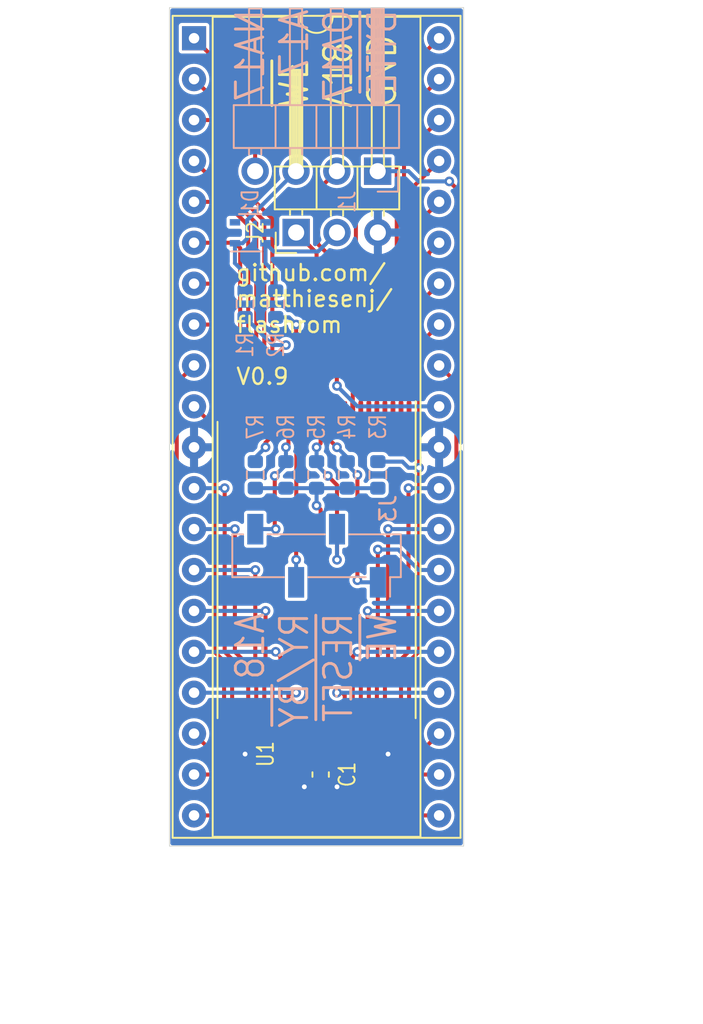
<source format=kicad_pcb>
(kicad_pcb (version 20221018) (generator pcbnew)
  (layers (0 "F.Cu" signal) (31 "B.Cu" mixed) (34 "B.Paste" user) (35 "F.Paste" user) (36 "B.SilkS" user "B.Silkscreen") (37 "F.SilkS" user "F.Silkscreen") (38 "B.Mask" user) (39 "F.Mask" user) (44 "Edge.Cuts" user))
  (net 0 "")
  (net 1 "GND")
  (net 2 "+5V")
  (net 3 "/A8")
  (net 4 "/D11")
  (net 5 "/A9")
  (net 6 "/D3")
  (net 7 "/A10")
  (net 8 "/D10")
  (net 9 "/A11")
  (net 10 "/D2")
  (net 11 "/A12")
  (net 12 "/D9")
  (net 13 "/A13")
  (net 14 "/D1")
  (net 15 "/A14")
  (net 16 "/D8")
  (net 17 "/A15")
  (net 18 "/D0")
  (net 19 "/A16")
  (net 20 "/~{OE}")
  (net 21 "/~{CE}")
  (net 22 "/D15")
  (net 23 "/A0")
  (net 24 "/D7")
  (net 25 "/A1")
  (net 26 "/D14")
  (net 27 "/A2")
  (net 28 "/D6")
  (net 29 "/A3")
  (net 30 "/D13")
  (net 31 "/A4")
  (net 32 "/D5")
  (net 33 "/A5")
  (net 34 "/D12")
  (net 35 "/A6")
  (net 36 "/D4")
  (net 37 "/A7")
  (net 38 "/A17")
  (net 39 "/A18")
  (net 40 "/~{RESET}")
  (net 41 "/~{WE}")
  (net 42 "/OA17")
  (net 43 "/NA17")
  (net 44 "/RY{slash}~{BY}")
  (net 45 "/~{BYTE}")
  (net 46 "/TVS1")
  (net 48 "/TVS3")
  (footprint "Package_SO:TSOP-I-48_18.4x12mm_P0.5mm" (layer "F.Cu") (at 58.42 83.82 -90)
    (fp_text reference "U1" (at 11.43 3.175 90 unlocked) (layer "F.SilkS") (effects (font (size 1 0.8) (thickness 0.12))))
    (fp_text value "29F800-TSOP")
    (fp_line (start 0 -6.16) (end -10.475 -6.16) (stroke (width 0.12)) (layer "F.SilkS"))
    (fp_line (start 0 -6.16) (end 9.2 -6.16) (stroke (width 0.12)) (layer "F.SilkS"))
    (fp_line (start 0 6.16) (end -9.2 6.16) (stroke (width 0.12)) (layer "F.SilkS"))
    (fp_line (start 0 6.16) (end 9.2 6.16) (stroke (width 0.12)) (layer "F.SilkS"))
    (pad "1" smd roundrect (at -9.6875 -5.75 270) (size 1.575 0.3) (layers "F.Cu" "F.Paste" "F.Mask") (net 17 "/A15"))
    (pad "2" smd roundrect (at -9.6875 -5.25 270) (size 1.575 0.3) (layers "F.Cu" "F.Paste" "F.Mask") (net 15 "/A14"))
    (pad "3" smd roundrect (at -9.6875 -4.75 270) (size 1.575 0.3) (layers "F.Cu" "F.Paste" "F.Mask") (net 13 "/A13"))
    (pad "4" smd roundrect (at -9.6875 -4.25 270) (size 1.575 0.3) (layers "F.Cu" "F.Paste" "F.Mask") (net 11 "/A12"))
    (pad "5" smd roundrect (at -9.6875 -3.75 270) (size 1.575 0.3) (layers "F.Cu" "F.Paste" "F.Mask") (net 9 "/A11"))
    (pad "6" smd roundrect (at -9.6875 -3.25 270) (size 1.575 0.3) (layers "F.Cu" "F.Paste" "F.Mask") (net 7 "/A10"))
    (pad "7" smd roundrect (at -9.6875 -2.75 270) (size 1.575 0.3) (layers "F.Cu" "F.Paste" "F.Mask") (net 5 "/A9"))
    (pad "8" smd roundrect (at -9.6875 -2.25 270) (size 1.575 0.3) (layers "F.Cu" "F.Paste" "F.Mask") (net 3 "/A8"))
    (pad "9" smd roundrect (at -9.6875 -1.75 270) (size 1.575 0.3) (layers "F.Cu" "F.Paste" "F.Mask"))
    (pad "10" smd roundrect (at -9.6875 -1.25 270) (size 1.575 0.3) (layers "F.Cu" "F.Paste" "F.Mask"))
    (pad "11" smd roundrect (at -9.6875 -0.75 270) (size 1.575 0.3) (layers "F.Cu" "F.Paste" "F.Mask") (net 41 "/~{WE}"))
    (pad "12" smd roundrect (at -9.6875 -0.25 270) (size 1.575 0.3) (layers "F.Cu" "F.Paste" "F.Mask") (net 40 "/~{RESET}"))
    (pad "13" smd roundrect (at -9.6875 0.25 270) (size 1.575 0.3) (layers "F.Cu" "F.Paste" "F.Mask"))
    (pad "14" smd roundrect (at -9.6875 0.75 270) (size 1.575 0.3) (layers "F.Cu" "F.Paste" "F.Mask"))
    (pad "15" smd roundrect (at -9.6875 1.25 270) (size 1.575 0.3) (layers "F.Cu" "F.Paste" "F.Mask") (net 44 "/RY{slash}~{BY}"))
    (pad "16" smd roundrect (at -9.6875 1.75 270) (size 1.575 0.3) (layers "F.Cu" "F.Paste" "F.Mask") (net 39 "/A18"))
    (pad "17" smd roundrect (at -9.6875 2.25 270) (size 1.575 0.3) (layers "F.Cu" "F.Paste" "F.Mask") (net 38 "/A17"))
    (pad "18" smd roundrect (at -9.6875 2.75 270) (size 1.575 0.3) (layers "F.Cu" "F.Paste" "F.Mask") (net 37 "/A7"))
    (pad "19" smd roundrect (at -9.6875 3.25 270) (size 1.575 0.3) (layers "F.Cu" "F.Paste" "F.Mask") (net 35 "/A6"))
    (pad "20" smd roundrect (at -9.6875 3.75 270) (size 1.575 0.3) (layers "F.Cu" "F.Paste" "F.Mask") (net 33 "/A5"))
    (pad "21" smd roundrect (at -9.6875 4.25 270) (size 1.575 0.3) (layers "F.Cu" "F.Paste" "F.Mask") (net 31 "/A4"))
    (pad "22" smd roundrect (at -9.6875 4.75 270) (size 1.575 0.3) (layers "F.Cu" "F.Paste" "F.Mask") (net 29 "/A3"))
    (pad "23" smd roundrect (at -9.6875 5.25 270) (size 1.575 0.3) (layers "F.Cu" "F.Paste" "F.Mask") (net 27 "/A2"))
    (pad "24" smd roundrect (at -9.6875 5.75 270) (size 1.575 0.3) (layers "F.Cu" "F.Paste" "F.Mask") (net 25 "/A1"))
    (pad "25" smd roundrect (at 9.6875 5.75 270) (size 1.575 0.3) (layers "F.Cu" "F.Paste" "F.Mask") (net 23 "/A0"))
    (pad "26" smd roundrect (at 9.6875 5.25 270) (size 1.575 0.3) (layers "F.Cu" "F.Paste" "F.Mask") (net 21 "/~{CE}"))
    (pad "27" smd roundrect (at 9.6875 4.75 270) (size 1.575 0.3) (layers "F.Cu" "F.Paste" "F.Mask") (net 1 "GND"))
    (pad "28" smd roundrect (at 9.6875 4.25 270) (size 1.575 0.3) (layers "F.Cu" "F.Paste" "F.Mask") (net 20 "/~{OE}"))
    (pad "29" smd roundrect (at 9.6875 3.75 270) (size 1.575 0.3) (layers "F.Cu" "F.Paste" "F.Mask") (net 18 "/D0"))
    (pad "30" smd roundrect (at 9.6875 3.25 270) (size 1.575 0.3) (layers "F.Cu" "F.Paste" "F.Mask") (net 16 "/D8"))
    (pad "31" smd roundrect (at 9.6875 2.75 270) (size 1.575 0.3) (layers "F.Cu" "F.Paste" "F.Mask") (net 14 "/D1"))
    (pad "32" smd roundrect (at 9.6875 2.25 270) (size 1.575 0.3) (layers "F.Cu" "F.Paste" "F.Mask") (net 12 "/D9"))
    (pad "33" smd roundrect (at 9.6875 1.75 270) (size 1.575 0.3) (layers "F.Cu" "F.Paste" "F.Mask") (net 10 "/D2"))
    (pad "34" smd roundrect (at 9.6875 1.25 270) (size 1.575 0.3) (layers "F.Cu" "F.Paste" "F.Mask") (net 8 "/D10"))
    (pad "35" smd roundrect (at 9.6875 0.75 270) (size 1.575 0.3) (layers "F.Cu" "F.Paste" "F.Mask") (net 6 "/D3"))
    (pad "36" smd roundrect (at 9.6875 0.25 270) (size 1.575 0.3) (layers "F.Cu" "F.Paste" "F.Mask") (net 4 "/D11"))
    (pad "37" smd roundrect (at 9.6875 -0.25 270) (size 1.575 0.3) (layers "F.Cu" "F.Paste" "F.Mask") (net 2 "+5V"))
    (pad "38" smd roundrect (at 9.6875 -0.75 270) (size 1.575 0.3) (layers "F.Cu" "F.Paste" "F.Mask") (net 36 "/D4"))
    (pad "39" smd roundrect (at 9.6875 -1.25 270) (size 1.575 0.3) (layers "F.Cu" "F.Paste" "F.Mask") (net 34 "/D12"))
    (pad "40" smd roundrect (at 9.6875 -1.75 270) (size 1.575 0.3) (layers "F.Cu" "F.Paste" "F.Mask") (net 32 "/D5"))
    (pad "41" smd roundrect (at 9.6875 -2.25 270) (size 1.575 0.3) (layers "F.Cu" "F.Paste" "F.Mask") (net 30 "/D13"))
    (pad "42" smd roundrect (at 9.6875 -2.75 270) (size 1.575 0.3) (layers "F.Cu" "F.Paste" "F.Mask") (net 28 "/D6"))
    (pad "43" smd roundrect (at 9.6875 -3.25 270) (size 1.575 0.3) (layers "F.Cu" "F.Paste" "F.Mask") (net 26 "/D14"))
    (pad "44" smd roundrect (at 9.6875 -3.75 270) (size 1.575 0.3) (layers "F.Cu" "F.Paste" "F.Mask") (net 24 "/D7"))
    (pad "45" smd roundrect (at 9.6875 -4.25 270) (size 1.575 0.3) (layers "F.Cu" "F.Paste" "F.Mask") (net 22 "/D15"))
    (pad "46" smd roundrect (at 9.6875 -4.75 270) (size 1.575 0.3) (layers "F.Cu" "F.Paste" "F.Mask") (net 1 "GND"))
    (pad "47" smd roundrect (at 9.6875 -5.25 270) (size 1.575 0.3) (layers "F.Cu" "F.Paste" "F.Mask") (net 45 "/~{BYTE}"))
    (pad "48" smd roundrect (at 9.6875 -5.75 270) (size 1.575 0.3) (layers "F.Cu" "F.Paste" "F.Mask") (net 19 "/A16"))
  )
  (footprint "Package_DIP:DIP-40_W15.24mm_Socket" (layer "F.Cu") (at 50.8 50.8)
    (fp_text reference "U2" hide)
    (fp_text value "Kickstart_Socket_A4000")
    (fp_line (start -1.33 -1.39) (end -1.33 49.65) (stroke (width 0.12)) (layer "F.SilkS"))
    (fp_line (start -1.33 49.65) (end 16.57 49.65) (stroke (width 0.12)) (layer "F.SilkS"))
    (fp_line (start 1.16 -1.33) (end 1.16 49.59) (stroke (width 0.12)) (layer "F.SilkS"))
    (fp_line (start 1.16 49.59) (end 14.08 49.59) (stroke (width 0.12)) (layer "F.SilkS"))
    (fp_line (start 6.62 -1.33) (end 1.16 -1.33) (stroke (width 0.12)) (layer "F.SilkS"))
    (fp_line (start 14.08 -1.33) (end 8.62 -1.33) (stroke (width 0.12)) (layer "F.SilkS"))
    (fp_line (start 14.08 49.59) (end 14.08 -1.33) (stroke (width 0.12)) (layer "F.SilkS"))
    (fp_line (start 16.57 -1.39) (end -1.33 -1.39) (stroke (width 0.12)) (layer "F.SilkS"))
    (fp_line (start 16.57 49.65) (end 16.57 -1.39) (stroke (width 0.12)) (layer "F.SilkS"))
    (fp_arc (start 8.62 -1.33) (mid 7.62 -0.33) (end 6.62 -1.33) (stroke (width 0.12)) (layer "F.SilkS"))
    (pad "1" thru_hole rect (at 0 0) (size 1.5 1.5) (drill 0.65) (layers "*.Cu" "*.Mask") (net 43 "/NA17"))
    (pad "2" thru_hole oval (at 0 2.54) (size 1.5 1.5) (drill 0.65) (layers "*.Cu" "*.Mask") (net 37 "/A7"))
    (pad "3" thru_hole oval (at 0 5.08) (size 1.5 1.5) (drill 0.65) (layers "*.Cu" "*.Mask") (net 35 "/A6"))
    (pad "4" thru_hole oval (at 0 7.62) (size 1.5 1.5) (drill 0.65) (layers "*.Cu" "*.Mask") (net 33 "/A5"))
    (pad "5" thru_hole oval (at 0 10.16) (size 1.5 1.5) (drill 0.65) (layers "*.Cu" "*.Mask") (net 31 "/A4"))
    (pad "6" thru_hole oval (at 0 12.7) (size 1.5 1.5) (drill 0.65) (layers "*.Cu" "*.Mask") (net 29 "/A3"))
    (pad "7" thru_hole oval (at 0 15.24) (size 1.5 1.5) (drill 0.65) (layers "*.Cu" "*.Mask") (net 27 "/A2"))
    (pad "8" thru_hole oval (at 0 17.78) (size 1.5 1.5) (drill 0.65) (layers "*.Cu" "*.Mask") (net 25 "/A1"))
    (pad "9" thru_hole oval (at 0 20.32) (size 1.5 1.5) (drill 0.65) (layers "*.Cu" "*.Mask") (net 23 "/A0"))
    (pad "10" thru_hole oval (at 0 22.86) (size 1.5 1.5) (drill 0.65) (layers "*.Cu" "*.Mask") (net 21 "/~{CE}"))
    (pad "11" thru_hole oval (at 0 25.4) (size 1.5 1.5) (drill 0.65) (layers "*.Cu" "*.Mask") (net 1 "GND"))
    (pad "12" thru_hole oval (at 0 27.94) (size 1.5 1.5) (drill 0.65) (layers "*.Cu" "*.Mask") (net 20 "/~{OE}"))
    (pad "13" thru_hole oval (at 0 30.48) (size 1.5 1.5) (drill 0.65) (layers "*.Cu" "*.Mask") (net 18 "/D0"))
    (pad "14" thru_hole oval (at 0 33.02) (size 1.5 1.5) (drill 0.65) (layers "*.Cu" "*.Mask") (net 16 "/D8"))
    (pad "15" thru_hole oval (at 0 35.56) (size 1.5 1.5) (drill 0.65) (layers "*.Cu" "*.Mask") (net 14 "/D1"))
    (pad "16" thru_hole oval (at 0 38.1) (size 1.5 1.5) (drill 0.65) (layers "*.Cu" "*.Mask") (net 12 "/D9"))
    (pad "17" thru_hole oval (at 0 40.64) (size 1.5 1.5) (drill 0.65) (layers "*.Cu" "*.Mask") (net 10 "/D2"))
    (pad "18" thru_hole oval (at 0 43.18) (size 1.5 1.5) (drill 0.65) (layers "*.Cu" "*.Mask") (net 8 "/D10"))
    (pad "19" thru_hole oval (at 0 45.72) (size 1.5 1.5) (drill 0.65) (layers "*.Cu" "*.Mask") (net 6 "/D3"))
    (pad "20" thru_hole oval (at 0 48.26) (size 1.5 1.5) (drill 0.65) (layers "*.Cu" "*.Mask") (net 4 "/D11"))
    (pad "21" thru_hole oval (at 15.24 48.26) (size 1.5 1.5) (drill 0.65) (layers "*.Cu" "*.Mask") (net 2 "+5V"))
    (pad "22" thru_hole oval (at 15.24 45.72) (size 1.5 1.5) (drill 0.65) (layers "*.Cu" "*.Mask") (net 36 "/D4"))
    (pad "23" thru_hole oval (at 15.24 43.18) (size 1.5 1.5) (drill 0.65) (layers "*.Cu" "*.Mask") (net 34 "/D12"))
    (pad "24" thru_hole oval (at 15.24 40.64) (size 1.5 1.5) (drill 0.65) (layers "*.Cu" "*.Mask") (net 32 "/D5"))
    (pad "25" thru_hole oval (at 15.24 38.1) (size 1.5 1.5) (drill 0.65) (layers "*.Cu" "*.Mask") (net 30 "/D13"))
    (pad "26" thru_hole oval (at 15.24 35.56) (size 1.5 1.5) (drill 0.65) (layers "*.Cu" "*.Mask") (net 28 "/D6"))
    (pad "27" thru_hole oval (at 15.24 33.02) (size 1.5 1.5) (drill 0.65) (layers "*.Cu" "*.Mask") (net 26 "/D14"))
    (pad "28" thru_hole oval (at 15.24 30.48) (size 1.5 1.5) (drill 0.65) (layers "*.Cu" "*.Mask") (net 24 "/D7"))
    (pad "29" thru_hole oval (at 15.24 27.94) (size 1.5 1.5) (drill 0.65) (layers "*.Cu" "*.Mask") (net 22 "/D15"))
    (pad "30" thru_hole oval (at 15.24 25.4) (size 1.5 1.5) (drill 0.65) (layers "*.Cu" "*.Mask") (net 1 "GND"))
    (pad "31" thru_hole oval (at 15.24 22.86) (size 1.5 1.5) (drill 0.65) (layers "*.Cu" "*.Mask") (net 42 "/OA17"))
    (pad "32" thru_hole oval (at 15.24 20.32) (size 1.5 1.5) (drill 0.65) (layers "*.Cu" "*.Mask") (net 19 "/A16"))
    (pad "33" thru_hole oval (at 15.24 17.78) (size 1.5 1.5) (drill 0.65) (layers "*.Cu" "*.Mask") (net 17 "/A15"))
    (pad "34" thru_hole oval (at 15.24 15.24) (size 1.5 1.5) (drill 0.65) (layers "*.Cu" "*.Mask") (net 15 "/A14"))
    (pad "35" thru_hole oval (at 15.24 12.7) (size 1.5 1.5) (drill 0.65) (layers "*.Cu" "*.Mask") (net 13 "/A13"))
    (pad "36" thru_hole oval (at 15.24 10.16) (size 1.5 1.5) (drill 0.65) (layers "*.Cu" "*.Mask") (net 11 "/A12"))
    (pad "37" thru_hole oval (at 15.24 7.62) (size 1.5 1.5) (drill 0.65) (layers "*.Cu" "*.Mask") (net 9 "/A11"))
    (pad "38" thru_hole oval (at 15.24 5.08) (size 1.5 1.5) (drill 0.65) (layers "*.Cu" "*.Mask") (net 7 "/A10"))
    (pad "39" thru_hole oval (at 15.24 2.54) (size 1.5 1.5) (drill 0.65) (layers "*.Cu" "*.Mask") (net 5 "/A9"))
    (pad "40" thru_hole oval (at 15.24 0) (size 1.5 1.5) (drill 0.65) (layers "*.Cu" "*.Mask") (net 3 "/A8"))
  )
  (footprint "Connector_PinHeader_2.54mm:PinHeader_1x03_P2.54mm_Horizontal" (layer "F.Cu") (at 57.15 62.865 90)
    (fp_text reference "J2" (at 0 -2.54 90 unlocked) (layer "F.SilkS") (effects (font (size 1 0.8) (thickness 0.12))))
    (fp_text value "Conn_01x03_Pin")
    (fp_line (start -1.27 -1.27) (end 0 -1.27) (stroke (width 0.12)) (layer "F.SilkS"))
    (fp_line (start -1.27 0) (end -1.27 -1.27) (stroke (width 0.12)) (layer "F.SilkS"))
    (fp_line (start 1.042929 2.16) (end 1.44 2.16) (stroke (width 0.12)) (layer "F.SilkS"))
    (fp_line (start 1.042929 2.92) (end 1.44 2.92) (stroke (width 0.12)) (layer "F.SilkS"))
    (fp_line (start 1.042929 4.7) (end 1.44 4.7) (stroke (width 0.12)) (layer "F.SilkS"))
    (fp_line (start 1.042929 5.46) (end 1.44 5.46) (stroke (width 0.12)) (layer "F.SilkS"))
    (fp_line (start 1.11 -0.38) (end 1.44 -0.38) (stroke (width 0.12)) (layer "F.SilkS"))
    (fp_line (start 1.11 0.38) (end 1.44 0.38) (stroke (width 0.12)) (layer "F.SilkS"))
    (fp_line (start 1.44 -1.33) (end 1.44 6.41) (stroke (width 0.12)) (layer "F.SilkS"))
    (fp_line (start 1.44 1.27) (end 4.1 1.27) (stroke (width 0.12)) (layer "F.SilkS"))
    (fp_line (start 1.44 3.81) (end 4.1 3.81) (stroke (width 0.12)) (layer "F.SilkS"))
    (fp_line (start 1.44 6.41) (end 4.1 6.41) (stroke (width 0.12)) (layer "F.SilkS"))
    (fp_line (start 4.1 -1.33) (end 1.44 -1.33) (stroke (width 0.12)) (layer "F.SilkS"))
    (fp_line (start 4.1 -0.38) (end 10.1 -0.38) (stroke (width 0.12)) (layer "F.SilkS"))
    (fp_line (start 4.1 -0.32) (end 10.1 -0.32) (stroke (width 0.12)) (layer "F.SilkS"))
    (fp_line (start 4.1 -0.2) (end 10.1 -0.2) (stroke (width 0.12)) (layer "F.SilkS"))
    (fp_line (start 4.1 -0.08) (end 10.1 -0.08) (stroke (width 0.12)) (layer "F.SilkS"))
    (fp_line (start 4.1 0.04) (end 10.1 0.04) (stroke (width 0.12)) (layer "F.SilkS"))
    (fp_line (start 4.1 0.16) (end 10.1 0.16) (stroke (width 0.12)) (layer "F.SilkS"))
    (fp_line (start 4.1 0.28) (end 10.1 0.28) (stroke (width 0.12)) (layer "F.SilkS"))
    (fp_line (start 4.1 2.16) (end 10.1 2.16) (stroke (width 0.12)) (layer "F.SilkS"))
    (fp_line (start 4.1 4.7) (end 10.1 4.7) (stroke (width 0.12)) (layer "F.SilkS"))
    (fp_line (start 4.1 6.41) (end 4.1 -1.33) (stroke (width 0.12)) (layer "F.SilkS"))
    (fp_line (start 10.1 -0.38) (end 10.1 0.38) (stroke (width 0.12)) (layer "F.SilkS"))
    (fp_line (start 10.1 0.38) (end 4.1 0.38) (stroke (width 0.12)) (layer "F.SilkS"))
    (fp_line (start 10.1 2.16) (end 10.1 2.92) (stroke (width 0.12)) (layer "F.SilkS"))
    (fp_line (start 10.1 2.92) (end 4.1 2.92) (stroke (width 0.12)) (layer "F.SilkS"))
    (fp_line (start 10.1 4.7) (end 10.1 5.46) (stroke (width 0.12)) (layer "F.SilkS"))
    (fp_line (start 10.1 5.46) (end 4.1 5.46) (stroke (width 0.12)) (layer "F.SilkS"))
    (pad "1" thru_hole rect (at 0 0 90) (size 1.7 1.7) (drill 1) (layers "*.Cu" "*.Mask") (net 41 "/~{WE}"))
    (pad "2" thru_hole oval (at 0 2.54 90) (size 1.7 1.7) (drill 1) (layers "*.Cu" "*.Mask") (net 48 "/TVS3"))
    (pad "3" thru_hole oval (at 0 5.08 90) (size 1.7 1.7) (drill 1) (layers "*.Cu" "*.Mask") (net 1 "GND"))
  )
  (footprint "Capacitor_SMD:C_0603_1608Metric" (layer "F.Cu") (at 58.674 96.52 -90)
    (fp_text reference "C1" (at 0 -1.651 90 unlocked) (layer "F.SilkS") (effects (font (size 1 0.8) (thickness 0.12))))
    (fp_text value "100n")
    (fp_line (start -0.14058 -0.51) (end 0.14058 -0.51) (stroke (width 0.12)) (layer "F.SilkS"))
    (fp_line (start -0.14058 0.51) (end 0.14058 0.51) (stroke (width 0.12)) (layer "F.SilkS"))
    (pad "1" smd roundrect (at -0.775 0 270) (size 0.9 0.95) (layers "F.Cu" "F.Paste" "F.Mask") (net 2 "+5V"))
    (pad "2" smd roundrect (at 0.775 0 270) (size 0.9 0.95) (layers "F.Cu" "F.Paste" "F.Mask") (net 1 "GND"))
  )
  (footprint "Resistor_SMD:R_0603_1608Metric" (layer "B.Cu") (at 54.61 77.915 -90)
    (fp_text reference "R7" (at -2.985 0 90 unlocked) (layer "B.SilkS") (effects (font (size 1 0.8) (thickness 0.12)) (justify mirror)))
    (fp_text value "15k")
    (fp_line (start -0.237258 -0.5225) (end 0.237258 -0.5225) (stroke (width 0.12)) (layer "B.SilkS"))
    (fp_line (start -0.237258 0.5225) (end 0.237258 0.5225) (stroke (width 0.12)) (layer "B.SilkS"))
    (pad "1" smd roundrect (at -0.825 0 270) (size 0.8 0.95) (layers "B.Cu" "B.Paste" "B.Mask") (net 38 "/A17"))
    (pad "2" smd roundrect (at 0.825 0 270) (size 0.8 0.95) (layers "B.Cu" "B.Paste" "B.Mask") (net 2 "+5V"))
  )
  (footprint "Resistor_SMD:R_0603_1608Metric" (layer "B.Cu") (at 56.515 77.915 -90)
    (fp_text reference "R6" (at -2.985 0 90 unlocked) (layer "B.SilkS") (effects (font (size 1 0.8) (thickness 0.12)) (justify mirror)))
    (fp_text value "15k")
    (fp_line (start -0.237258 -0.5225) (end 0.237258 -0.5225) (stroke (width 0.12)) (layer "B.SilkS"))
    (fp_line (start -0.237258 0.5225) (end 0.237258 0.5225) (stroke (width 0.12)) (layer "B.SilkS"))
    (pad "1" smd roundrect (at -0.825 0 270) (size 0.8 0.95) (layers "B.Cu" "B.Paste" "B.Mask") (net 39 "/A18"))
    (pad "2" smd roundrect (at 0.825 0 270) (size 0.8 0.95) (layers "B.Cu" "B.Paste" "B.Mask") (net 2 "+5V"))
  )
  (footprint "Resistor_SMD:R_0603_1608Metric" (layer "B.Cu") (at 62.23 77.915 -90)
    (fp_text reference "R3" (at -2.985 0 90 unlocked) (layer "B.SilkS") (effects (font (size 1 0.8) (thickness 0.12)) (justify mirror)))
    (fp_text value "15k")
    (fp_line (start -0.237258 -0.5225) (end 0.237258 -0.5225) (stroke (width 0.12)) (layer "B.SilkS"))
    (fp_line (start -0.237258 0.5225) (end 0.237258 0.5225) (stroke (width 0.12)) (layer "B.SilkS"))
    (pad "1" smd roundrect (at -0.825 0 270) (size 0.8 0.95) (layers "B.Cu" "B.Paste" "B.Mask") (net 45 "/~{BYTE}"))
    (pad "2" smd roundrect (at 0.825 0 270) (size 0.8 0.95) (layers "B.Cu" "B.Paste" "B.Mask") (net 2 "+5V"))
  )
  (footprint "Connector_PinHeader_2.54mm:PinHeader_1x04_P2.54mm_Horizontal" (layer "B.Cu") (at 62.22 59.055 90)
    (fp_text reference "J1" (at -1.905 -1.895 90 unlocked) (layer "B.SilkS") (effects (font (size 1 0.8) (thickness 0.12)) (justify mirror)))
    (fp_text value "Conn_01x04_Pin")
    (fp_line (start -1.27 0) (end -1.27 1.27) (stroke (width 0.12)) (layer "B.SilkS"))
    (fp_line (start -1.27 1.27) (end 0 1.27) (stroke (width 0.12)) (layer "B.SilkS"))
    (fp_line (start 1.042929 -8) (end 1.44 -8) (stroke (width 0.12)) (layer "B.SilkS"))
    (fp_line (start 1.042929 -7.24) (end 1.44 -7.24) (stroke (width 0.12)) (layer "B.SilkS"))
    (fp_line (start 1.042929 -5.46) (end 1.44 -5.46) (stroke (width 0.12)) (layer "B.SilkS"))
    (fp_line (start 1.042929 -4.7) (end 1.44 -4.7) (stroke (width 0.12)) (layer "B.SilkS"))
    (fp_line (start 1.042929 -2.92) (end 1.44 -2.92) (stroke (width 0.12)) (layer "B.SilkS"))
    (fp_line (start 1.042929 -2.16) (end 1.44 -2.16) (stroke (width 0.12)) (layer "B.SilkS"))
    (fp_line (start 1.11 -0.38) (end 1.44 -0.38) (stroke (width 0.12)) (layer "B.SilkS"))
    (fp_line (start 1.11 0.38) (end 1.44 0.38) (stroke (width 0.12)) (layer "B.SilkS"))
    (fp_line (start 1.44 -8.95) (end 4.1 -8.95) (stroke (width 0.12)) (layer "B.SilkS"))
    (fp_line (start 1.44 -6.35) (end 4.1 -6.35) (stroke (width 0.12)) (layer "B.SilkS"))
    (fp_line (start 1.44 -3.81) (end 4.1 -3.81) (stroke (width 0.12)) (layer "B.SilkS"))
    (fp_line (start 1.44 -1.27) (end 4.1 -1.27) (stroke (width 0.12)) (layer "B.SilkS"))
    (fp_line (start 1.44 1.33) (end 1.44 -8.95) (stroke (width 0.12)) (layer "B.SilkS"))
    (fp_line (start 4.1 -8.95) (end 4.1 1.33) (stroke (width 0.12)) (layer "B.SilkS"))
    (fp_line (start 4.1 -7.24) (end 10.1 -7.24) (stroke (width 0.12)) (layer "B.SilkS"))
    (fp_line (start 4.1 -4.7) (end 10.1 -4.7) (stroke (width 0.12)) (layer "B.SilkS"))
    (fp_line (start 4.1 -2.16) (end 10.1 -2.16) (stroke (width 0.12)) (layer "B.SilkS"))
    (fp_line (start 4.1 -0.28) (end 10.1 -0.28) (stroke (width 0.12)) (layer "B.SilkS"))
    (fp_line (start 4.1 -0.16) (end 10.1 -0.16) (stroke (width 0.12)) (layer "B.SilkS"))
    (fp_line (start 4.1 -0.04) (end 10.1 -0.04) (stroke (width 0.12)) (layer "B.SilkS"))
    (fp_line (start 4.1 0.08) (end 10.1 0.08) (stroke (width 0.12)) (layer "B.SilkS"))
    (fp_line (start 4.1 0.2) (end 10.1 0.2) (stroke (width 0.12)) (layer "B.SilkS"))
    (fp_line (start 4.1 0.32) (end 10.1 0.32) (stroke (width 0.12)) (layer "B.SilkS"))
    (fp_line (start 4.1 0.38) (end 10.1 0.38) (stroke (width 0.12)) (layer "B.SilkS"))
    (fp_line (start 4.1 1.33) (end 1.44 1.33) (stroke (width 0.12)) (layer "B.SilkS"))
    (fp_line (start 10.1 -8) (end 4.1 -8) (stroke (width 0.12)) (layer "B.SilkS"))
    (fp_line (start 10.1 -7.24) (end 10.1 -8) (stroke (width 0.12)) (layer "B.SilkS"))
    (fp_line (start 10.1 -5.46) (end 4.1 -5.46) (stroke (width 0.12)) (layer "B.SilkS"))
    (fp_line (start 10.1 -4.7) (end 10.1 -5.46) (stroke (width 0.12)) (layer "B.SilkS"))
    (fp_line (start 10.1 -2.92) (end 4.1 -2.92) (stroke (width 0.12)) (layer "B.SilkS"))
    (fp_line (start 10.1 -2.16) (end 10.1 -2.92) (stroke (width 0.12)) (layer "B.SilkS"))
    (fp_line (start 10.1 -0.38) (end 4.1 -0.38) (stroke (width 0.12)) (layer "B.SilkS"))
    (fp_line (start 10.1 0.38) (end 10.1 -0.38) (stroke (width 0.12)) (layer "B.SilkS"))
    (pad "1" thru_hole rect (at 0 0 90) (size 1.7 1.7) (drill 1) (layers "*.Cu" "*.Mask") (net 45 "/~{BYTE}"))
    (pad "2" thru_hole oval (at 0 -2.54 90) (size 1.7 1.7) (drill 1) (layers "*.Cu" "*.Mask") (net 42 "/OA17"))
    (pad "3" thru_hole oval (at 0 -5.08 90) (size 1.7 1.7) (drill 1) (layers "*.Cu" "*.Mask") (net 46 "/TVS1"))
    (pad "4" thru_hole oval (at 0 -7.62 90) (size 1.7 1.7) (drill 1) (layers "*.Cu" "*.Mask") (net 43 "/NA17"))
  )
  (footprint "Resistor_SMD:R_0603_1608Metric" (layer "B.Cu") (at 60.325 77.915 -90)
    (fp_text reference "R4" (at -2.985 0 -270 unlocked) (layer "B.SilkS") (effects (font (size 1 0.8) (thickness 0.12)) (justify mirror)))
    (fp_text value "15k")
    (fp_line (start -0.237258 -0.5225) (end 0.237258 -0.5225) (stroke (width 0.12)) (layer "B.SilkS"))
    (fp_line (start -0.237258 0.5225) (end 0.237258 0.5225) (stroke (width 0.12)) (layer "B.SilkS"))
    (pad "1" smd roundrect (at -0.825 0 270) (size 0.8 0.95) (layers "B.Cu" "B.Paste" "B.Mask") (net 41 "/~{WE}"))
    (pad "2" smd roundrect (at 0.825 0 270) (size 0.8 0.95) (layers "B.Cu" "B.Paste" "B.Mask") (net 2 "+5V"))
  )
  (footprint "Resistor_SMD:R_0603_1608Metric" (layer "B.Cu") (at 55.88 67.31 -90)
    (fp_text reference "R2" (at 2.54 0 90 unlocked) (layer "B.SilkS") (effects (font (size 1 0.8) (thickness 0.12)) (justify mirror)))
    (fp_text value "100")
    (fp_line (start -0.237258 -0.5225) (end 0.237258 -0.5225) (stroke (width 0.12)) (layer "B.SilkS"))
    (fp_line (start -0.237258 0.5225) (end 0.237258 0.5225) (stroke (width 0.12)) (layer "B.SilkS"))
    (pad "1" smd roundrect (at -0.825 0 270) (size 0.8 0.95) (layers "B.Cu" "B.Paste" "B.Mask") (net 48 "/TVS3"))
    (pad "2" smd roundrect (at 0.825 0 270) (size 0.8 0.95) (layers "B.Cu" "B.Paste" "B.Mask") (net 39 "/A18"))
  )
  (footprint "Package_TO_SOT_SMD:SOT-353_SC-70-5" (layer "B.Cu") (at 54.295 62.88)
    (fp_text reference "D1" (at 0 -1.92 90 unlocked) (layer "B.SilkS") (effects (font (size 1 0.8) (thickness 0.12)) (justify mirror)))
    (fp_text value "NSQA6V8AW5T2G")
    (fp_line (start -0.7 -1.16) (end 0.7 -1.16) (stroke (width 0.12)) (layer "B.SilkS"))
    (fp_line (start 0.7 1.16) (end -1.2 1.16) (stroke (width 0.12)) (layer "B.SilkS"))
    (pad "1" smd rect (at -0.95 0.65) (size 0.65 0.4) (layers "B.Cu" "B.Paste" "B.Mask") (net 46 "/TVS1"))
    (pad "2" smd rect (at -0.95 0) (size 0.65 0.4) (layers "B.Cu" "B.Paste" "B.Mask") (net 1 "GND"))
    (pad "3" smd rect (at -0.95 -0.65) (size 0.65 0.4) (layers "B.Cu" "B.Paste" "B.Mask"))
    (pad "4" smd rect (at 0.95 -0.65) (size 0.65 0.4) (layers "B.Cu" "B.Paste" "B.Mask"))
    (pad "5" smd rect (at 0.95 0.65) (size 0.65 0.4) (layers "B.Cu" "B.Paste" "B.Mask") (net 48 "/TVS3"))
  )
  (footprint "Resistor_SMD:R_0603_1608Metric" (layer "B.Cu") (at 53.975 67.31 90)
    (fp_text reference "R1" (at -2.54 0 90 unlocked) (layer "B.SilkS") (effects (font (size 1 0.8) (thickness 0.12)) (justify mirror)))
    (fp_text value "100")
    (fp_line (start -0.237258 -0.5225) (end 0.237258 -0.5225) (stroke (width 0.12)) (layer "B.SilkS"))
    (fp_line (start -0.237258 0.5225) (end 0.237258 0.5225) (stroke (width 0.12)) (layer "B.SilkS"))
    (pad "1" smd roundrect (at -0.825 0 90) (size 0.8 0.95) (layers "B.Cu" "B.Paste" "B.Mask") (net 38 "/A17"))
    (pad "2" smd roundrect (at 0.825 0 90) (size 0.8 0.95) (layers "B.Cu" "B.Paste" "B.Mask") (net 46 "/TVS1"))
  )
  (footprint "Resistor_SMD:R_0603_1608Metric" (layer "B.Cu") (at 58.42 77.915 -90)
    (fp_text reference "R5" (at -2.985 0 90 unlocked) (layer "B.SilkS") (effects (font (size 1 0.8) (thickness 0.12)) (justify mirror)))
    (fp_text value "15k")
    (fp_line (start -0.237258 -0.5225) (end 0.237258 -0.5225) (stroke (width 0.12)) (layer "B.SilkS"))
    (fp_line (start -0.237258 0.5225) (end 0.237258 0.5225) (stroke (width 0.12)) (layer "B.SilkS"))
    (pad "1" smd roundrect (at -0.825 0 270) (size 0.8 0.95) (layers "B.Cu" "B.Paste" "B.Mask") (net 40 "/~{RESET}"))
    (pad "2" smd roundrect (at 0.825 0 270) (size 0.8 0.95) (layers "B.Cu" "B.Paste" "B.Mask") (net 2 "+5V"))
  )
  (footprint "Connector_PinSocket_2.54mm:PinSocket_1x04_P2.54mm_Vertical_SMD_Pin1Left" (layer "B.Cu") (at 58.42 82.935 90)
    (fp_text reference "J3" (at 2.925 4.445 90) (layer "B.SilkS") (effects (justify mirror)))
    (fp_text value "BG306-04-A-1-0400-L")
    (fp_line (start -2.54 4.57) (end -1.33 4.57) (stroke (width 0.12)) (layer "B.SilkS"))
    (fp_line (start -1.33 -5.24) (end 1.33 -5.24) (stroke (width 0.12)) (layer "B.SilkS"))
    (fp_line (start -1.33 -2.03) (end -1.33 -5.24) (stroke (width 0.12)) (layer "B.SilkS"))
    (fp_line (start -1.33 3.05) (end -1.33 -0.51) (stroke (width 0.12)) (layer "B.SilkS"))
    (fp_line (start -1.33 5.24) (end -1.33 4.57) (stroke (width 0.12)) (layer "B.SilkS"))
    (fp_line (start -1.33 5.24) (end 1.33 5.24) (stroke (width 0.12)) (layer "B.SilkS"))
    (fp_line (start 1.33 -4.57) (end 1.33 -5.24) (stroke (width 0.12)) (layer "B.SilkS"))
    (fp_line (start 1.33 0.51) (end 1.33 -3.05) (stroke (width 0.12)) (layer "B.SilkS"))
    (fp_line (start 1.33 5.24) (end 1.33 2.03) (stroke (width 0.12)) (layer "B.SilkS"))
    (pad "1" smd rect (at -1.65 3.81 90) (size 1.9 1) (layers "B.Cu" "B.Paste" "B.Mask") (net 41 "/~{WE}"))
    (pad "2" smd rect (at 1.65 1.27 90) (size 1.9 1) (layers "B.Cu" "B.Paste" "B.Mask") (net 40 "/~{RESET}"))
    (pad "3" smd rect (at -1.65 -1.27 90) (size 1.9 1) (layers "B.Cu" "B.Paste" "B.Mask") (net 44 "/RY{slash}~{BY}"))
    (pad "4" smd rect (at 1.65 -3.81 90) (size 1.9 1) (layers "B.Cu" "B.Paste" "B.Mask") (net 39 "/A18"))
  )
  (gr_line (start 67.564 48.895) (end 49.276 48.895) (stroke (width 0.05)) (layer "Edge.Cuts"))
  (gr_line (start 49.276 100.965) (end 67.564 100.965) (stroke (width 0.05)) (layer "Edge.Cuts"))
  (gr_line (start 67.564 100.965) (end 67.564 48.895) (stroke (width 0.05)) (layer "Edge.Cuts"))
  (gr_line (start 49.276 48.895) (end 49.276 100.965) (stroke (width 0.05)) (layer "Edge.Cuts"))
  (gr_text "A18\nRY/~{BY}\n~{RESET}\n~{WE}" (at 63.5 86.36 90) (layer "B.SilkS") (effects (font (size 1.7 1.5) (thickness 0.18)) (justify left bottom mirror)))
  (gr_text "NA17\nA17\nOA17\n~{BYTE}" (at 63.5 48.895 90) (layer "B.SilkS") (effects (font (size 1.7 1.5) (thickness 0.18)) (justify left bottom mirror)))
  (gr_text "~{WE}\nA18\nGND" (at 63.5 55.245 90) (layer "F.SilkS") (effects (font (size 1.7 1.5) (thickness 0.18)) (justify left bottom)))
  (gr_text "github.com/\nmatthiesenj/\nflashrom\n\nV0.9" (at 53.34 72.39) (layer "F.SilkS") (effects (font (size 1 1)) (justify left bottom)))
  (segment (start 58.661 97.282) (end 58.674 97.295) (width 0.25) (layer "F.Cu") (net 1))
  (segment (start 57.658 97.282) (end 58.661 97.282) (width 0.25) (layer "F.Cu") (net 1))
  (segment (start 53.67 93.5075) (end 53.67 94.945) (width 0.25) (layer "F.Cu") (net 1))
  (segment (start 63.17 93.5075) (end 63.17 94.945) (width 0.25) (layer "F.Cu") (net 1))
  (segment (start 59.69 97.282) (end 58.687 97.282) (width 0.25) (layer "F.Cu") (net 1))
  (segment (start 53.67 94.945) (end 53.975 95.25) (width 0.25) (layer "F.Cu") (net 1))
  (segment (start 58.687 97.282) (end 58.674 97.295) (width 0.25) (layer "F.Cu") (net 1))
  (segment (start 63.17 94.945) (end 62.865 95.25) (width 0.25) (layer "F.Cu") (net 1))
  (via (at 53.975 95.25) (size 0.6) (drill 0.3) (layers "F.Cu" "B.Cu") (net 1))
  (via (at 57.658 97.282) (size 0.6) (drill 0.3) (layers "F.Cu" "B.Cu") (net 1))
  (via (at 62.865 95.25) (size 0.6) (drill 0.3) (layers "F.Cu" "B.Cu") (net 1))
  (via (at 59.69 97.282) (size 0.6) (drill 0.3) (layers "F.Cu" "B.Cu") (net 1))
  (segment (start 58.674 95.745) (end 59.55 95.745) (width 0.25) (layer "F.Cu") (net 2))
  (segment (start 58.67 93.5075) (end 58.67 80.07) (width 0.25) (layer "F.Cu") (net 2))
  (segment (start 58.67 80.07) (end 58.42 79.82) (width 0.25) (layer "F.Cu") (net 2))
  (segment (start 62.865 99.06) (end 66.04 99.06) (width 0.25) (layer "F.Cu") (net 2))
  (segment (start 58.67 95.741) (end 58.674 95.745) (width 0.25) (layer "F.Cu") (net 2))
  (segment (start 58.67 93.5075) (end 58.67 95.741) (width 0.25) (layer "F.Cu") (net 2))
  (segment (start 59.55 95.745) (end 62.865 99.06) (width 0.25) (layer "F.Cu") (net 2))
  (via (at 58.42 79.82) (size 0.6) (drill 0.3) (layers "F.Cu" "B.Cu") (net 2))
  (segment (start 56.515 78.74) (end 54.61 78.74) (width 0.25) (layer "B.Cu") (net 2))
  (segment (start 62.23 78.74) (end 60.325 78.74) (width 0.25) (layer "B.Cu") (net 2))
  (segment (start 58.42 78.74) (end 56.515 78.74) (width 0.25) (layer "B.Cu") (net 2))
  (segment (start 60.325 78.74) (end 58.42 78.74) (width 0.25) (layer "B.Cu") (net 2))
  (segment (start 58.42 79.82) (end 58.42 78.74) (width 0.25) (layer "B.Cu") (net 2))
  (segment (start 60.67 64.30335) (end 60.67 74.1325) (width 0.25) (layer "F.Cu") (net 3))
  (segment (start 60.865 64.10835) (end 60.67 64.30335) (width 0.25) (layer "F.Cu") (net 3))
  (segment (start 66.04 50.8) (end 60.865 55.975) (width 0.25) (layer "F.Cu") (net 3))
  (segment (start 60.865 55.975) (end 60.865 64.10835) (width 0.25) (layer "F.Cu") (net 3))
  (segment (start 53.975 99.06) (end 58.17 94.865) (width 0.25) (layer "F.Cu") (net 4))
  (segment (start 58.17 94.865) (end 58.17 93.5075) (width 0.25) (layer "F.Cu") (net 4))
  (segment (start 50.8 99.06) (end 53.975 99.06) (width 0.25) (layer "F.Cu") (net 4))
  (segment (start 63.405 55.975) (end 63.405 64.227208) (width 0.25) (layer "F.Cu") (net 5))
  (segment (start 66.04 53.34) (end 63.405 55.975) (width 0.25) (layer "F.Cu") (net 5))
  (segment (start 61.17 66.462208) (end 61.17 74.1325) (width 0.25) (layer "F.Cu") (net 5))
  (segment (start 63.405 64.227208) (end 61.17 66.462208) (width 0.25) (layer "F.Cu") (net 5))
  (segment (start 55.88 96.52) (end 50.8 96.52) (width 0.25) (layer "F.Cu") (net 6))
  (segment (start 57.67 93.5075) (end 57.67 94.73) (width 0.25) (layer "F.Cu") (net 6))
  (segment (start 57.67 94.73) (end 55.88 96.52) (width 0.25) (layer "F.Cu") (net 6))
  (segment (start 63.855 58.065) (end 63.855 64.413604) (width 0.25) (layer "F.Cu") (net 7))
  (segment (start 61.67 66.598604) (end 61.67 74.1325) (width 0.25) (layer "F.Cu") (net 7))
  (segment (start 66.04 55.88) (end 63.855 58.065) (width 0.25) (layer "F.Cu") (net 7))
  (segment (start 63.855 64.413604) (end 61.67 66.598604) (width 0.25) (layer "F.Cu") (net 7))
  (segment (start 52.695 95.875) (end 55.89 95.875) (width 0.25) (layer "F.Cu") (net 8))
  (segment (start 55.89 95.875) (end 57.17 94.595) (width 0.25) (layer "F.Cu") (net 8))
  (segment (start 57.17 94.595) (end 57.17 93.5075) (width 0.25) (layer "F.Cu") (net 8))
  (segment (start 50.8 93.98) (end 52.695 95.875) (width 0.25) (layer "F.Cu") (net 8))
  (segment (start 62.17 66.735) (end 62.17 74.1325) (width 0.25) (layer "F.Cu") (net 9))
  (segment (start 66.04 58.42) (end 64.305 60.155) (width 0.25) (layer "F.Cu") (net 9))
  (segment (start 64.305 60.155) (end 64.305 64.6) (width 0.25) (layer "F.Cu") (net 9))
  (segment (start 64.305 64.6) (end 62.17 66.735) (width 0.25) (layer "F.Cu") (net 9))
  (segment (start 56.825 91.44) (end 57.15 91.44) (width 0.25) (layer "F.Cu") (net 10))
  (segment (start 56.67 91.595) (end 56.825 91.44) (width 0.25) (layer "F.Cu") (net 10))
  (segment (start 56.67 91.595) (end 56.67 93.5075) (width 0.25) (layer "F.Cu") (net 10))
  (via (at 57.15 91.44) (size 0.6) (drill 0.3) (layers "F.Cu" "B.Cu") (net 10))
  (segment (start 57.15 91.44) (end 50.8 91.44) (width 0.25) (layer "B.Cu") (net 10))
  (segment (start 66.04 60.96) (end 64.77 62.23) (width 0.25) (layer "F.Cu") (net 11))
  (segment (start 64.77 62.23) (end 64.77 64.77) (width 0.25) (layer "F.Cu") (net 11))
  (segment (start 62.67 66.87) (end 62.67 74.1325) (width 0.25) (layer "F.Cu") (net 11))
  (segment (start 64.77 64.77) (end 62.67 66.87) (width 0.25) (layer "F.Cu") (net 11))
  (segment (start 56.17 93.5075) (end 56.17 89.19) (width 0.25) (layer "F.Cu") (net 12))
  (segment (start 56.17 89.19) (end 55.88 88.9) (width 0.25) (layer "F.Cu") (net 12))
  (via (at 55.88 88.9) (size 0.6) (drill 0.3) (layers "F.Cu" "B.Cu") (net 12))
  (segment (start 55.88 88.9) (end 50.8 88.9) (width 0.25) (layer "B.Cu") (net 12))
  (segment (start 65.405 64.77) (end 65.405 64.135) (width 0.25) (layer "F.Cu") (net 13))
  (segment (start 63.17 67.005) (end 65.405 64.77) (width 0.25) (layer "F.Cu") (net 13))
  (segment (start 65.405 64.135) (end 66.04 63.5) (width 0.25) (layer "F.Cu") (net 13))
  (segment (start 63.17 74.1325) (end 63.17 67.005) (width 0.25) (layer "F.Cu") (net 13))
  (segment (start 55.245 89.535) (end 55.245 86.36) (width 0.25) (layer "F.Cu") (net 14))
  (segment (start 55.67 89.96) (end 55.245 89.535) (width 0.25) (layer "F.Cu") (net 14))
  (segment (start 55.67 93.5075) (end 55.67 89.96) (width 0.25) (layer "F.Cu") (net 14))
  (via (at 55.245 86.36) (size 0.6) (drill 0.3) (layers "F.Cu" "B.Cu") (net 14))
  (segment (start 55.245 86.36) (end 50.8 86.36) (width 0.25) (layer "B.Cu") (net 14))
  (segment (start 63.67 68.41) (end 66.04 66.04) (width 0.25) (layer "F.Cu") (net 15))
  (segment (start 63.67 74.1325) (end 63.67 68.41) (width 0.25) (layer "F.Cu") (net 15))
  (segment (start 54.61 89.535) (end 54.61 83.82) (width 0.25) (layer "F.Cu") (net 16))
  (segment (start 55.17 93.5075) (end 55.17 90.095) (width 0.25) (layer "F.Cu") (net 16))
  (segment (start 55.17 90.095) (end 54.61 89.535) (width 0.25) (layer "F.Cu") (net 16))
  (via (at 54.61 83.82) (size 0.6) (drill 0.3) (layers "F.Cu" "B.Cu") (net 16))
  (segment (start 50.8 83.82) (end 54.61 83.82) (width 0.25) (layer "B.Cu") (net 16))
  (segment (start 64.17 74.1325) (end 64.17 70.45) (width 0.25) (layer "F.Cu") (net 17))
  (segment (start 64.17 70.45) (end 66.04 68.58) (width 0.25) (layer "F.Cu") (net 17))
  (segment (start 53.34 88.9) (end 54.67 90.23) (width 0.25) (layer "F.Cu") (net 18))
  (segment (start 53.34 81.28) (end 53.34 88.9) (width 0.25) (layer "F.Cu") (net 18))
  (segment (start 54.67 90.23) (end 54.67 93.5075) (width 0.25) (layer "F.Cu") (net 18))
  (via (at 53.34 81.28) (size 0.6) (drill 0.3) (layers "F.Cu" "B.Cu") (net 18))
  (segment (start 53.34 81.28) (end 50.8 81.28) (width 0.25) (layer "B.Cu") (net 18))
  (segment (start 64.17 90.84) (end 64.985 90.025) (width 0.25) (layer "F.Cu") (net 19))
  (segment (start 67.115 89.415991) (end 67.115 72.195) (width 0.25) (layer "F.Cu") (net 19))
  (segment (start 64.985 90.025) (end 66.505991 90.025) (width 0.25) (layer "F.Cu") (net 19))
  (segment (start 67.115 72.195) (end 66.04 71.12) (width 0.25) (layer "F.Cu") (net 19))
  (segment (start 66.505991 90.025) (end 67.115 89.415991) (width 0.25) (layer "F.Cu") (net 19))
  (segment (start 64.17 93.5075) (end 64.17 90.84) (width 0.25) (layer "F.Cu") (net 19))
  (segment (start 54.17 90.366396) (end 54.17 93.5075) (width 0.25) (layer "F.Cu") (net 20))
  (segment (start 52.705 78.74) (end 52.705 88.901396) (width 0.25) (layer "F.Cu") (net 20))
  (segment (start 52.705 88.901396) (end 54.17 90.366396) (width 0.25) (layer "F.Cu") (net 20))
  (via (at 52.705 78.74) (size 0.6) (drill 0.3) (layers "F.Cu" "B.Cu") (net 20))
  (segment (start 52.705 78.74) (end 50.8 78.74) (width 0.25) (layer "B.Cu") (net 20))
  (segment (start 52.07 74.93) (end 52.07 88.901396) (width 0.25) (layer "F.Cu") (net 21))
  (segment (start 53.17 90.001396) (end 53.17 93.5075) (width 0.25) (layer "F.Cu") (net 21))
  (segment (start 50.8 73.66) (end 52.07 74.93) (width 0.25) (layer "F.Cu") (net 21))
  (segment (start 52.07 88.901396) (end 53.17 90.001396) (width 0.25) (layer "F.Cu") (net 21))
  (segment (start 62.67 90.367792) (end 62.67 93.5075) (width 0.25) (layer "F.Cu") (net 22))
  (segment (start 64.135 88.902792) (end 62.67 90.367792) (width 0.25) (layer "F.Cu") (net 22))
  (segment (start 64.135 78.74) (end 64.135 88.902792) (width 0.25) (layer "F.Cu") (net 22))
  (via (at 64.135 78.74) (size 0.6) (drill 0.3) (layers "F.Cu" "B.Cu") (net 22))
  (segment (start 64.135 78.74) (end 66.04 78.74) (width 0.25) (layer "B.Cu") (net 22))
  (segment (start 49.725 72.195) (end 50.8 71.12) (width 0.25) (layer "F.Cu") (net 23))
  (segment (start 52.67 90.84) (end 51.855 90.025) (width 0.25) (layer "F.Cu") (net 23))
  (segment (start 50.334009 90.025) (end 49.725 89.415991) (width 0.25) (layer "F.Cu") (net 23))
  (segment (start 51.855 90.025) (end 50.334009 90.025) (width 0.25) (layer "F.Cu") (net 23))
  (segment (start 52.67 93.5075) (end 52.67 90.84) (width 0.25) (layer "F.Cu") (net 23))
  (segment (start 49.725 89.415991) (end 49.725 72.195) (width 0.25) (layer "F.Cu") (net 23))
  (segment (start 62.17 93.5075) (end 62.17 90.231396) (width 0.25) (layer "F.Cu") (net 24))
  (segment (start 62.17 90.231396) (end 62.865 89.536396) (width 0.25) (layer "F.Cu") (net 24))
  (segment (start 62.865 89.536396) (end 62.865 81.28) (width 0.25) (layer "F.Cu") (net 24))
  (via (at 62.865 81.28) (size 0.6) (drill 0.3) (layers "F.Cu" "B.Cu") (net 24))
  (segment (start 62.865 81.28) (end 66.04 81.28) (width 0.25) (layer "B.Cu") (net 24))
  (segment (start 52.67 69.18) (end 52.67 74.1325) (width 0.25) (layer "F.Cu") (net 25))
  (segment (start 52.07 68.58) (end 52.67 69.18) (width 0.25) (layer "F.Cu") (net 25))
  (segment (start 50.8 68.58) (end 52.07 68.58) (width 0.25) (layer "F.Cu") (net 25))
  (segment (start 62.23 82.55) (end 62.23 89.535) (width 0.25) (layer "F.Cu") (net 26))
  (segment (start 61.67 90.095) (end 61.67 93.5075) (width 0.25) (layer "F.Cu") (net 26))
  (segment (start 62.23 89.535) (end 61.67 90.095) (width 0.25) (layer "F.Cu") (net 26))
  (via (at 62.23 82.55) (size 0.6) (drill 0.3) (layers "F.Cu" "B.Cu") (net 26))
  (segment (start 62.23 82.55) (end 63.5 82.55) (width 0.25) (layer "B.Cu") (net 26))
  (segment (start 63.5 82.55) (end 64.77 83.82) (width 0.25) (layer "B.Cu") (net 26))
  (segment (start 64.77 83.82) (end 66.04 83.82) (width 0.25) (layer "B.Cu") (net 26))
  (segment (start 50.8 66.04) (end 52.705 66.04) (width 0.25) (layer "F.Cu") (net 27))
  (segment (start 53.17 66.505) (end 53.17 74.1325) (width 0.25) (layer "F.Cu") (net 27))
  (segment (start 52.705 66.04) (end 53.17 66.505) (width 0.25) (layer "F.Cu") (net 27))
  (segment (start 61.17 89.96) (end 61.595 89.535) (width 0.25) (layer "F.Cu") (net 28))
  (segment (start 61.595 89.535) (end 61.595 86.36) (width 0.25) (layer "F.Cu") (net 28))
  (segment (start 61.17 93.5075) (end 61.17 89.96) (width 0.25) (layer "F.Cu") (net 28))
  (via (at 61.595 86.36) (size 0.6) (drill 0.3) (layers "F.Cu" "B.Cu") (net 28))
  (segment (start 61.595 86.36) (end 66.04 86.36) (width 0.25) (layer "B.Cu") (net 28))
  (segment (start 53.34 63.5) (end 53.67 63.83) (width 0.25) (layer "F.Cu") (net 29))
  (segment (start 50.8 63.5) (end 53.34 63.5) (width 0.25) (layer "F.Cu") (net 29))
  (segment (start 53.67 63.83) (end 53.67 74.1325) (width 0.25) (layer "F.Cu") (net 29))
  (segment (start 60.67 93.5075) (end 60.67 89.19) (width 0.25) (layer "F.Cu") (net 30))
  (segment (start 60.67 89.19) (end 60.96 88.9) (width 0.25) (layer "F.Cu") (net 30))
  (via (at 60.96 88.9) (size 0.6) (drill 0.3) (layers "F.Cu" "B.Cu") (net 30))
  (segment (start 60.96 88.9) (end 66.04 88.9) (width 0.25) (layer "B.Cu") (net 30))
  (segment (start 52.703604 60.96) (end 54.17 62.426396) (width 0.25) (layer "F.Cu") (net 31))
  (segment (start 50.8 60.96) (end 52.703604 60.96) (width 0.25) (layer "F.Cu") (net 31))
  (segment (start 54.17 62.426396) (end 54.17 74.1325) (width 0.25) (layer "F.Cu") (net 31))
  (segment (start 60.17 91.595) (end 60.17 93.5075) (width 0.25) (layer "F.Cu") (net 32))
  (segment (start 60.015 91.44) (end 60.17 91.595) (width 0.25) (layer "F.Cu") (net 32))
  (segment (start 59.69 91.44) (end 60.015 91.44) (width 0.25) (layer "F.Cu") (net 32))
  (via (at 59.69 91.44) (size 0.6) (drill 0.3) (layers "F.Cu" "B.Cu") (net 32))
  (segment (start 59.69 91.44) (end 66.04 91.44) (width 0.25) (layer "B.Cu") (net 32))
  (segment (start 54.67 62.29) (end 54.67 74.1325) (width 0.25) (layer "F.Cu") (net 33))
  (segment (start 50.8 58.42) (end 54.67 62.29) (width 0.25) (layer "F.Cu") (net 33))
  (segment (start 59.67 94.595) (end 59.67 93.5075) (width 0.25) (layer "F.Cu") (net 34))
  (segment (start 60.96 95.885) (end 59.67 94.595) (width 0.25) (layer "F.Cu") (net 34))
  (segment (start 66.04 93.98) (end 64.135 95.885) (width 0.25) (layer "F.Cu") (net 34))
  (segment (start 64.135 95.885) (end 60.96 95.885) (width 0.25) (layer "F.Cu") (net 34))
  (segment (start 52.07 55.88) (end 52.705 56.515) (width 0.25) (layer "F.Cu") (net 35))
  (segment (start 52.705 56.515) (end 52.705 59.69) (width 0.25) (layer "F.Cu") (net 35))
  (segment (start 55.17 62.155) (end 55.17 74.1325) (width 0.25) (layer "F.Cu") (net 35))
  (segment (start 50.8 55.88) (end 52.07 55.88) (width 0.25) (layer "F.Cu") (net 35))
  (segment (start 52.705 59.69) (end 55.17 62.155) (width 0.25) (layer "F.Cu") (net 35))
  (segment (start 60.96 96.52) (end 59.17 94.73) (width 0.25) (layer "F.Cu") (net 36))
  (segment (start 66.04 96.52) (end 60.96 96.52) (width 0.25) (layer "F.Cu") (net 36))
  (segment (start 59.17 94.73) (end 59.17 93.5075) (width 0.25) (layer "F.Cu") (net 36))
  (segment (start 53.425 55.965) (end 53.425 59.773604) (width 0.25) (layer "F.Cu") (net 37))
  (segment (start 50.8 53.34) (end 53.425 55.965) (width 0.25) (layer "F.Cu") (net 37))
  (segment (start 53.425 59.773604) (end 55.67 62.018604) (width 0.25) (layer "F.Cu") (net 37))
  (segment (start 55.67 62.018604) (end 55.67 74.1325) (width 0.25) (layer "F.Cu") (net 37))
  (segment (start 56.17 70.195) (end 56.17 74.1325) (width 0.25) (layer "F.Cu") (net 38))
  (segment (start 56.515 69.85) (end 56.17 70.195) (width 0.25) (layer "F.Cu") (net 38))
  (segment (start 55.245 75.912764) (end 56.17 74.987764) (width 0.25) (layer "F.Cu") (net 38))
  (segment (start 55.245 76.2) (end 55.245 75.912764) (width 0.25) (layer "F.Cu") (net 38))
  (segment (start 56.17 74.987764) (end 56.17 74.1325) (width 0.25) (layer "F.Cu") (net 38))
  (via (at 56.515 69.85) (size 0.6) (drill 0.3) (layers "F.Cu" "B.Cu") (net 38))
  (via (at 55.245 76.2) (size 0.6) (drill 0.3) (layers "F.Cu" "B.Cu") (net 38))
  (segment (start 56.515 69.85) (end 55.69 69.85) (width 0.25) (layer "B.Cu") (net 38))
  (segment (start 54.61 76.835) (end 54.61 77.09) (width 0.25) (layer "B.Cu") (net 38))
  (segment (start 55.245 76.2) (end 54.61 76.835) (width 0.25) (layer "B.Cu") (net 38))
  (segment (start 55.69 69.85) (end 53.975 68.135) (width 0.25) (layer "B.Cu") (net 38))
  (segment (start 55.819425 81.219425) (end 55.88 81.28) (width 0.25) (layer "F.Cu") (net 39))
  (segment (start 55.819425 77.979135) (end 55.819425 81.219425) (width 0.25) (layer "F.Cu") (net 39))
  (segment (start 56.515 76.2) (end 56.67 76.045) (width 0.25) (layer "F.Cu") (net 39))
  (segment (start 56.67 76.045) (end 56.67 74.1325) (width 0.25) (layer "F.Cu") (net 39))
  (segment (start 57.15 72.797236) (end 56.67 73.277236) (width 0.25) (layer "F.Cu") (net 39))
  (segment (start 57.15 68.58) (end 57.15 72.797236) (width 0.25) (layer "F.Cu") (net 39))
  (segment (start 56.67 73.277236) (end 56.67 74.1325) (width 0.25) (layer "F.Cu") (net 39))
  (via (at 55.819425 77.979135) (size 0.6) (drill 0.3) (layers "F.Cu" "B.Cu") (net 39))
  (via (at 55.88 81.28) (size 0.6) (drill 0.3) (layers "F.Cu" "B.Cu") (net 39))
  (via (at 57.15 68.58) (size 0.6) (drill 0.3) (layers "F.Cu" "B.Cu") (net 39))
  (via (at 56.515 76.2) (size 0.6) (drill 0.3) (layers "F.Cu" "B.Cu") (net 39))
  (segment (start 56.705 68.135) (end 55.88 68.135) (width 0.25) (layer "B.Cu") (net 39))
  (segment (start 54.61 81.285) (end 54.61 81.28) (width 0.25) (layer "B.Cu") (net 39))
  (segment (start 57.15 68.58) (end 56.705 68.135) (width 0.25) (layer "B.Cu") (net 39))
  (segment (start 56.515 77.09) (end 56.515 77.28356) (width 0.25) (layer "B.Cu") (net 39))
  (segment (start 54.61 81.28) (end 55.88 81.28) (width 0.25) (layer "B.Cu") (net 39))
  (segment (start 56.515 77.28356) (end 55.819425 77.979135) (width 0.25) (layer "B.Cu") (net 39))
  (segment (start 56.515 76.2) (end 56.515 77.09) (width 0.25) (layer "B.Cu") (net 39))
  (segment (start 58.67 75.95) (end 58.67 74.1325) (width 0.25) (layer "F.Cu") (net 40))
  (segment (start 58.42 76.2) (end 58.67 75.95) (width 0.25) (layer "F.Cu") (net 40))
  (segment (start 59.12 77.98) (end 59.69 78.55) (width 0.25) (layer "F.Cu") (net 40))
  (segment (start 59.69 78.55) (end 59.69 83.185) (width 0.25) (layer "F.Cu") (net 40))
  (via (at 59.69 83.185) (size 0.6) (drill 0.3) (layers "F.Cu" "B.Cu") (net 40))
  (via (at 58.42 76.2) (size 0.6) (drill 0.3) (layers "F.Cu" "B.Cu") (net 40))
  (via (at 59.12 77.98) (size 0.6) (drill 0.3) (layers "F.Cu" "B.Cu") (net 40))
  (segment (start 59.69 83.185) (end 59.69 81.285) (width 0.25) (layer "B.Cu") (net 40))
  (segment (start 58.42 77.28) (end 59.12 77.98) (width 0.25) (layer "B.Cu") (net 40))
  (segment (start 58.42 76.2) (end 58.42 76.835) (width 0.25) (layer "B.Cu") (net 40))
  (segment (start 58.42 77.09) (end 58.42 77.28) (width 0.25) (layer "B.Cu") (net 40))
  (segment (start 59.17 75.68) (end 59.17 74.1325) (width 0.25) (layer "F.Cu") (net 41))
  (segment (start 60.96 77.915) (end 60.96 84.455) (width 0.25) (layer "F.Cu") (net 41))
  (segment (start 57.15 62.865) (end 58.42 64.135) (width 0.25) (layer "F.Cu") (net 41))
  (segment (start 59.69 76.2) (end 59.17 75.68) (width 0.25) (layer "F.Cu") (net 41))
  (segment (start 58.42 72.529315) (end 59.17 73.279315) (width 0.25) (layer "F.Cu") (net 41))
  (segment (start 59.17 73.279315) (end 59.17 74.1325) (width 0.25) (layer "F.Cu") (net 41))
  (segment (start 58.42 64.135) (end 58.42 72.529315) (width 0.25) (layer "F.Cu") (net 41))
  (via (at 60.96 77.915) (size 0.6) (drill 0.3) (layers "F.Cu" "B.Cu") (net 41))
  (via (at 59.69 76.2) (size 0.6) (drill 0.3) (layers "F.Cu" "B.Cu") (net 41))
  (via (at 60.96 84.455) (size 0.6) (drill 0.3) (layers "F.Cu" "B.Cu") (net 41))
  (segment (start 60.325 77.28) (end 60.96 77.915) (width 0.25) (layer "B.Cu") (net 41))
  (segment (start 62.23 84.585) (end 61.09 84.585) (width 0.25) (layer "B.Cu") (net 41))
  (segment (start 59.69 76.2) (end 60.325 76.835) (width 0.25) (layer "B.Cu") (net 41))
  (segment (start 61.09 84.585) (end 60.96 84.455) (width 0.25) (layer "B.Cu") (net 41))
  (segment (start 60.325 77.09) (end 60.325 77.28) (width 0.25) (layer "B.Cu") (net 41))
  (segment (start 60.325 76.835) (end 60.325 77.09) (width 0.25) (layer "B.Cu") (net 41))
  (segment (start 59.69 72.39) (end 59.68 72.38) (width 0.25) (layer "F.Cu") (net 42))
  (segment (start 59.68 64.76) (end 58.515 63.595) (width 0.25) (layer "F.Cu") (net 42))
  (segment (start 59.68 72.38) (end 59.68 64.76) (width 0.25) (layer "F.Cu") (net 42))
  (segment (start 58.515 63.595) (end 58.515 60.22) (width 0.25) (layer "F.Cu") (net 42))
  (segment (start 58.515 60.22) (end 59.68 59.055) (width 0.25) (layer "F.Cu") (net 42))
  (via (at 59.69 72.39) (size 0.6) (drill 0.3) (layers "F.Cu" "B.Cu") (net 42))
  (segment (start 60.96 73.66) (end 66.04 73.66) (width 0.25) (layer "B.Cu") (net 42))
  (segment (start 59.69 72.39) (end 60.96 73.66) (width 0.25) (layer "B.Cu") (net 42))
  (segment (start 54.6 54.6) (end 54.6 59.055) (width 0.25) (layer "F.Cu") (net 43))
  (segment (start 50.8 50.8) (end 54.6 54.6) (width 0.25) (layer "F.Cu") (net 43))
  (segment (start 57.15 83.185) (end 57.17 83.165) (width 0.25) (layer "F.Cu") (net 44))
  (segment (start 57.17 74.1325) (end 57.15 83.185) (width 0.25) (layer "F.Cu") (net 44))
  (via (at 57.15 83.185) (size 0.6) (drill 0.3) (layers "F.Cu" "B.Cu") (net 44))
  (segment (start 57.15 84.585) (end 57.15 83.185) (width 0.25) (layer "B.Cu") (net 44))
  (segment (start 64.795 77.47) (end 64.795 88.879188) (width 0.25) (layer "F.Cu") (net 45))
  (segment (start 65.719009 69.85) (end 66.360991 69.85) (width 0.25) (layer "F.Cu") (net 45))
  (segment (start 64.795 88.879188) (end 63.67 90.004188) (width 0.25) (layer "F.Cu") (net 45))
  (segment (start 67.115 69.095991) (end 67.115 60.13) (width 0.25) (layer "F.Cu") (net 45))
  (segment (start 67.115 60.13) (end 66.675 59.69) (width 0.25) (layer "F.Cu") (net 45))
  (segment (start 66.360991 69.85) (end 67.115 69.095991) (width 0.25) (layer "F.Cu") (net 45))
  (segment (start 63.67 90.004188) (end 63.67 93.5075) (width 0.25) (layer "F.Cu") (net 45))
  (segment (start 64.795 77.47) (end 64.795 70.774009) (width 0.25) (layer "F.Cu") (net 45))
  (segment (start 64.795 70.774009) (end 65.719009 69.85) (width 0.25) (layer "F.Cu") (net 45))
  (via (at 66.675 59.69) (size 0.6) (drill 0.3) (layers "F.Cu" "B.Cu") (net 45))
  (via (at 64.795 77.47) (size 0.6) (drill 0.3) (layers "F.Cu" "B.Cu") (net 45))
  (segment (start 64.135 77.47) (end 64.795 77.47) (width 0.25) (layer "B.Cu") (net 45))
  (segment (start 62.23 77.09) (end 63.755 77.09) (width 0.25) (layer "B.Cu") (net 45))
  (segment (start 63.755 77.09) (end 64.135 77.47) (width 0.25) (layer "B.Cu") (net 45))
  (segment (start 66.675 59.69) (end 64.77 59.69) (width 0.25) (layer "B.Cu") (net 45))
  (segment (start 64.77 59.69) (end 64.135 59.055) (width 0.25) (layer "B.Cu") (net 45))
  (segment (start 64.135 59.055) (end 62.22 59.055) (width 0.25) (layer "B.Cu") (net 45))
  (segment (start 57.14 59.055) (end 54.102 62.093) (width 0.25) (layer "B.Cu") (net 46))
  (segment (start 54.102 62.093) (end 54.102 63.246) (width 0.25) (layer "B.Cu") (net 46))
  (segment (start 53.975 65.405) (end 53.975 66.485) (width 0.25) (layer "B.Cu") (net 46))
  (segment (start 54.102 63.246) (end 53.818 63.53) (width 0.25) (layer "B.Cu") (net 46))
  (segment (start 53.345 64.765) (end 53.34 64.77) (width 0.25) (layer "B.Cu") (net 46))
  (segment (start 53.345 63.53) (end 53.345 64.765) (width 0.25) (layer "B.Cu") (net 46))
  (segment (start 53.818 63.53) (end 53.345 63.53) (width 0.25) (layer "B.Cu") (net 46))
  (segment (start 53.34 64.77) (end 53.975 65.405) (width 0.25) (layer "B.Cu") (net 46))
  (segment (start 55.245 64.77) (end 55.245 63.53) (width 0.25) (layer "B.Cu") (net 48))
  (segment (start 58.515 64.04) (end 59.69 62.865) (width 0.25) (layer "B.Cu") (net 48))
  (segment (start 55.245 63.53) (end 55.755 64.04) (width 0.25) (layer "B.Cu") (net 48))
  (segment (start 55.755 64.04) (end 58.515 64.04) (width 0.25) (layer "B.Cu") (net 48))
  (segment (start 55.88 65.405) (end 55.245 64.77) (width 0.25) (layer "B.Cu") (net 48))
  (segment (start 55.88 66.485) (end 55.88 65.405) (width 0.25) (layer "B.Cu") (net 48))
  (zone (net 1) (net_name "GND") (layer "B.Cu") (connect_pads thru_hole_only (clearance 0.2)) (min_thickness 0.25) (fill yes (thermal_gap 0.5) (thermal_bridge_width 0.5))
    (polygon (pts (xy 49.276 48.895) (xy 49.276 100.965) (xy 67.564 100.965) (xy 67.564 48.895)))
  )
)
</source>
